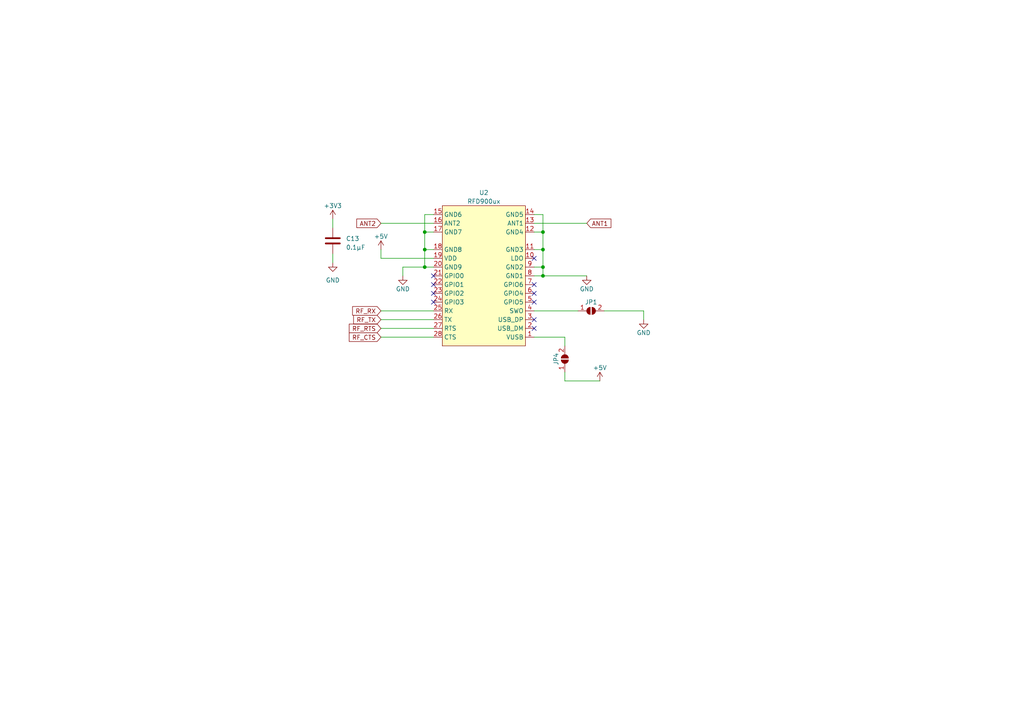
<source format=kicad_sch>
(kicad_sch (version 20250114) (generator "eeschema") (generator_version "9.0")
  (paper "A4")
  (lib_symbols
    (symbol "Device:C" (pin_numbers (hide yes)) (pin_names (offset 0.254))
      (property "Reference" "C" (at 0.635 2.54 0))
      (property "Value" "C" (at 0.635 -2.54 0))
      (symbol "C_0_1"
        (polyline (pts (xy -2.032 0.762) (xy 2.032 0.762)) (stroke (width 0.508)))
        (polyline (pts (xy -2.032 -0.762) (xy 2.032 -0.762)) (stroke (width 0.508)))
      )
      (symbol "C_1_1"
        (pin passive line (at 0 3.81 270) (length 2.794) (name "~") (number "1"))
        (pin passive line (at 0 -3.81 90) (length 2.794) (name "~") (number "2"))
      )
    )
    (symbol "Jumper:SolderJumper_2_Open" (pin_names (offset 0) (hide yes))
      (property "Reference" "JP" (at 0 2.032 0))
      (property "Value" "SolderJumper_2_Open" (at 0 -2.54 0))
      (symbol "SolderJumper_2_Open_0_1"
        (polyline (pts (xy -0.254 1.016) (xy -0.254 -1.016)))
        (arc (start -0.254 -1.016) (mid -1.2656 0) (end -0.254 1.016))
        (arc (start -0.254 -1.016) (mid -1.2656 0) (end -0.254 1.016) (fill (type outline)))
        (arc (start 0.254 1.016) (mid 1.2656 0) (end 0.254 -1.016))
        (arc (start 0.254 1.016) (mid 1.2656 0) (end 0.254 -1.016) (fill (type outline)))
        (polyline (pts (xy 0.254 1.016) (xy 0.254 -1.016)))
      )
      (symbol "SolderJumper_2_Open_1_1"
        (pin passive line (at -3.81 0 0) (length 2.54) (name "A") (number "1"))
        (pin passive line (at 3.81 0 180) (length 2.54) (name "B") (number "2"))
      )
    )
    (symbol "RFD900ux:RFD900ux"
      (property "Reference" "U" (at 1.27 25.4 0))
      (property "Value" "RFD900ux" (at 5.08 22.86 0))
      (symbol "RFD900ux_1_1"
        (rectangle (start 0 21.59) (end 24.13 -19.05) (fill (type background)))
        (pin input line (at -2.54 19.05 0) (length 2.54) (name "GND6") (number "15"))
        (pin input line (at -2.54 16.51 0) (length 2.54) (name "ANT2") (number "16"))
        (pin input line (at -2.54 13.97 0) (length 2.54) (name "GND7") (number "17"))
        (pin input line (at -2.54 8.89 0) (length 2.54) (name "GND8") (number "18"))
        (pin input line (at -2.54 6.35 0) (length 2.54) (name "VDD") (number "19"))
        (pin input line (at -2.54 3.81 0) (length 2.54) (name "GND9") (number "20"))
        (pin input line (at -2.54 1.27 0) (length 2.54) (name "GPIO0") (number "21"))
        (pin input line (at -2.54 -1.27 0) (length 2.54) (name "GPIO1") (number "22"))
        (pin input line (at -2.54 -3.81 0) (length 2.54) (name "GPIO2") (number "23"))
        (pin input line (at -2.54 -6.35 0) (length 2.54) (name "GPIO3") (number "24"))
        (pin input line (at -2.54 -8.89 0) (length 2.54) (name "RX") (number "25"))
        (pin input line (at -2.54 -11.43 0) (length 2.54) (name "TX") (number "26"))
        (pin input line (at -2.54 -13.97 0) (length 2.54) (name "RTS") (number "27"))
        (pin input line (at -2.54 -16.51 0) (length 2.54) (name "CTS") (number "28"))
        (pin input line (at 26.67 19.05 180) (length 2.54) (name "GND5") (number "14"))
        (pin input line (at 26.67 16.51 180) (length 2.54) (name "ANT1") (number "13"))
        (pin input line (at 26.67 13.97 180) (length 2.54) (name "GND4") (number "12"))
        (pin input line (at 26.67 8.89 180) (length 2.54) (name "GND3") (number "11"))
        (pin input line (at 26.67 6.35 180) (length 2.54) (name "LDO") (number "10"))
        (pin input line (at 26.67 3.81 180) (length 2.54) (name "GND2") (number "9"))
        (pin input line (at 26.67 1.27 180) (length 2.54) (name "GND1") (number "8"))
        (pin input line (at 26.67 -1.27 180) (length 2.54) (name "GPIO6") (number "7"))
        (pin input line (at 26.67 -3.81 180) (length 2.54) (name "GPIO4") (number "6"))
        (pin input line (at 26.67 -6.35 180) (length 2.54) (name "GPIO5") (number "5"))
        (pin input line (at 26.67 -8.89 180) (length 2.54) (name "SWO") (number "4"))
        (pin input line (at 26.67 -11.43 180) (length 2.54) (name "USB_DP") (number "3"))
        (pin input line (at 26.67 -13.97 180) (length 2.54) (name "USB_DM") (number "2"))
        (pin input line (at 26.67 -16.51 180) (length 2.54) (name "VUSB") (number "1"))
      )
    )
    (symbol "power:+3V3" (power) (pin_names (offset 0))
      (property "Value" "+3V3" (at 0 3.556 0))
      (symbol "+3V3_0_1"
        (polyline (pts (xy -0.762 1.27) (xy 0 2.54)))
        (polyline (pts (xy 0 2.54) (xy 0.762 1.27)))
        (polyline (pts (xy 0 0) (xy 0 2.54)))
      )
      (symbol "+3V3_1_1"
        (pin power_in line (at 0 0 90) (length 0) (hide yes) (name "+3V3") (number "1"))
      )
    )
    (symbol "power:+5V" (power) (pin_names (offset 0))
      (property "Value" "+5V" (at 0 3.556 0))
      (symbol "+5V_0_1"
        (polyline (pts (xy -0.762 1.27) (xy 0 2.54)))
        (polyline (pts (xy 0 2.54) (xy 0.762 1.27)))
        (polyline (pts (xy 0 0) (xy 0 2.54)))
      )
      (symbol "+5V_1_1"
        (pin power_in line (at 0 0 90) (length 0) (hide yes) (name "+5V") (number "1"))
      )
    )
    (symbol "power:GND" (power) (pin_names (offset 0))
      (property "Value" "GND" (at 0 -3.81 0))
      (symbol "GND_0_1"
        (polyline (pts (xy 0 0) (xy 0 -1.27) (xy 1.27 -1.27) (xy 0 -2.54) (xy -1.27 -1.27) (xy 0 -1.27)))
      )
      (symbol "GND_1_1"
        (pin power_in line (at 0 0 270) (length 0) (hide yes) (name "GND") (number "1"))
      )
    )
  )
  (junction (at 157.48 72.39))
  (junction (at 123.19 77.47))
  (junction (at 157.48 77.47))
  (junction (at 123.19 67.31))
  (junction (at 157.48 80.01))
  (junction (at 123.19 72.39))
  (junction (at 157.48 67.31))
  (no_connect (at 154.94 74.93))
  (no_connect (at 125.73 85.09))
  (no_connect (at 154.94 87.63))
  (no_connect (at 154.94 92.71))
  (no_connect (at 125.73 80.01))
  (no_connect (at 154.94 82.55))
  (no_connect (at 154.94 85.09))
  (no_connect (at 125.73 82.55))
  (no_connect (at 125.73 87.63))
  (no_connect (at 154.94 95.25))
  (wire (pts (xy 154.94 97.79) (xy 163.83 97.79)))
  (wire (pts (xy 175.26 90.17) (xy 186.69 90.17)))
  (wire (pts (xy 157.48 62.23) (xy 157.48 67.31)))
  (wire (pts (xy 110.49 64.77) (xy 125.73 64.77)))
  (wire (pts (xy 110.49 92.71) (xy 125.73 92.71)))
  (wire (pts (xy 125.73 62.23) (xy 123.19 62.23)))
  (wire (pts (xy 125.73 77.47) (xy 123.19 77.47)))
  (wire (pts (xy 125.73 74.93) (xy 110.49 74.93)))
  (wire (pts (xy 96.52 73.66) (xy 96.52 76.2)))
  (wire (pts (xy 157.48 72.39) (xy 157.48 77.47)))
  (wire (pts (xy 110.49 95.25) (xy 125.73 95.25)))
  (wire (pts (xy 123.19 72.39) (xy 125.73 72.39)))
  (wire (pts (xy 123.19 67.31) (xy 123.19 72.39)))
  (wire (pts (xy 110.49 90.17) (xy 125.73 90.17)))
  (wire (pts (xy 154.94 90.17) (xy 167.64 90.17)))
  (wire (pts (xy 157.48 72.39) (xy 157.48 67.31)))
  (wire (pts (xy 154.94 64.77) (xy 170.18 64.77)))
  (wire (pts (xy 123.19 77.47) (xy 116.84 77.47)))
  (wire (pts (xy 123.19 72.39) (xy 123.19 77.47)))
  (wire (pts (xy 186.69 90.17) (xy 186.69 92.71)))
  (wire (pts (xy 157.48 67.31) (xy 154.94 67.31)))
  (wire (pts (xy 110.49 97.79) (xy 125.73 97.79)))
  (wire (pts (xy 157.48 77.47) (xy 157.48 80.01)))
  (wire (pts (xy 163.83 97.79) (xy 163.83 100.33)))
  (wire (pts (xy 163.83 107.95) (xy 163.83 110.49)))
  (wire (pts (xy 110.49 72.39) (xy 110.49 74.93)))
  (wire (pts (xy 157.48 80.01) (xy 170.18 80.01)))
  (wire (pts (xy 116.84 77.47) (xy 116.84 80.01)))
  (wire (pts (xy 154.94 62.23) (xy 157.48 62.23)))
  (wire (pts (xy 123.19 67.31) (xy 125.73 67.31)))
  (wire (pts (xy 123.19 62.23) (xy 123.19 67.31)))
  (wire (pts (xy 157.48 80.01) (xy 154.94 80.01)))
  (wire (pts (xy 163.83 110.49) (xy 173.99 110.49)))
  (wire (pts (xy 96.52 63.5) (xy 96.52 66.04)))
  (wire (pts (xy 154.94 72.39) (xy 157.48 72.39)))
  (wire (pts (xy 154.94 77.47) (xy 157.48 77.47)))
  (global_label "RF_TX" (shape input) (at 110.49 92.71 180) (property "Intersheetrefs" "${INTERSHEET_REFS}" (effects (hide yes))))
  (global_label "RF_RX" (shape input) (at 110.49 90.17 180) (property "Intersheetrefs" "${INTERSHEET_REFS}" (effects (hide yes))))
  (global_label "ANT2" (shape input) (at 110.49 64.77 180) (property "Intersheetrefs" "${INTERSHEET_REFS}" (effects (hide yes))))
  (global_label "ANT1" (shape input) (at 170.18 64.77 0) (property "Intersheetrefs" "${INTERSHEET_REFS}" (effects (hide yes))))
  (global_label "RF_RTS" (shape input) (at 110.49 95.25 180) (property "Intersheetrefs" "${INTERSHEET_REFS}" (effects (hide yes))))
  (global_label "RF_CTS" (shape input) (at 110.49 97.79 180) (property "Intersheetrefs" "${INTERSHEET_REFS}" (effects (hide yes))))
  (symbol (lib_id "Jumper:SolderJumper_2_Open") (at 171.45 90.17 0) (unit 1)
    (property "Reference" "JP1" (at 171.45 87.63 0))
    (property "Value" "SolderJumper_2_Open" (effects (hide yes)))
    (property "Footprint" "Jumper:SolderJumper-2_P1.3mm_Open_TrianglePad1.0x1.5mm" (effects (hide yes)))
  )
  (symbol (lib_id "power:GND") (at 116.84 80.01 0) (unit 1)
    (property "Reference" "#PWR083" (effects (hide yes)))
    (property "Value" "GND" (at 116.84 83.82 0))
  )
  (symbol (lib_id "power:+5V") (at 173.99 110.49 0) (unit 1)
    (property "Reference" "#PWR0134" (effects (hide yes)))
    (property "Value" "+5V" (at 173.99 106.68 0))
  )
  (symbol (lib_id "power:+5V") (at 110.49 72.39 0) (unit 1)
    (property "Reference" "#PWR086" (effects (hide yes)))
    (property "Value" "+5V" (at 110.49 68.58 0))
  )
  (symbol (lib_id "power:GND") (at 186.69 92.71 0) (unit 1)
    (property "Reference" "#PWR085" (effects (hide yes)))
    (property "Value" "GND" (at 186.69 96.52 0))
  )
  (symbol (lib_id "Jumper:SolderJumper_2_Open") (at 163.83 104.14 90) (unit 1)
    (property "Reference" "JP4" (at 161.29 104.14 0))
    (property "Value" "SolderJumper_2_Open" (effects (hide yes)))
    (property "Footprint" "Jumper:SolderJumper-2_P1.3mm_Open_TrianglePad1.0x1.5mm" (effects (hide yes)))
  )
  (symbol (lib_id "power:+3V3") (at 96.52 63.5 0) (unit 1)
    (property "Reference" "#PWR031" (effects (hide yes)))
    (property "Value" "+3V3" (at 96.52 59.69 0))
  )
  (symbol (lib_id "power:GND") (at 170.18 80.01 0) (unit 1)
    (property "Reference" "#PWR084" (effects (hide yes)))
    (property "Value" "GND" (at 170.18 83.82 0))
  )
  (symbol (lib_id "power:GND") (at 96.52 76.2 0) (unit 1)
    (property "Reference" "#PWR032" (effects (hide yes)))
    (property "Value" "GND" (at 96.52 81.28 0))
  )
  (symbol (lib_id "RFD900ux:RFD900ux") (at 128.27 81.28 0) (unit 1)
    (property "Reference" "U2" (at 140.335 55.88 0))
    (property "Value" "RFD900ux" (at 140.335 58.42 0))
    (property "Footprint" "RFD900UX Module:RFD900UX" (effects (hide yes)))
  )
  (symbol (lib_id "Device:C") (at 96.52 69.85 0) (unit 1)
    (property "Reference" "C13" (at 100.33 69.215 0) (effects (justify left)))
    (property "Value" "0.1µF" (at 100.33 71.755 0) (effects (justify left)))
    (property "Footprint" "Capacitor_SMD:C_0402_1005Metric" (effects (hide yes)))
  )
)
</source>
